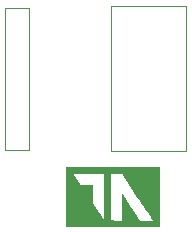
<source format=gbo>
G04 #@! TF.GenerationSoftware,KiCad,Pcbnew,5.1.10-88a1d61d58~90~ubuntu20.04.1*
G04 #@! TF.CreationDate,2021-10-26T15:29:24+01:00*
G04 #@! TF.ProjectId,IMU,494d552e-6b69-4636-9164-5f7063625858,rev?*
G04 #@! TF.SameCoordinates,Original*
G04 #@! TF.FileFunction,Legend,Bot*
G04 #@! TF.FilePolarity,Positive*
%FSLAX46Y46*%
G04 Gerber Fmt 4.6, Leading zero omitted, Abs format (unit mm)*
G04 Created by KiCad (PCBNEW 5.1.10-88a1d61d58~90~ubuntu20.04.1) date 2021-10-26 15:29:24*
%MOMM*%
%LPD*%
G01*
G04 APERTURE LIST*
%ADD10C,0.120000*%
%ADD11C,0.010000*%
%ADD12R,2.000000X0.800000*%
%ADD13C,2.700000*%
G04 APERTURE END LIST*
D10*
X1900000Y-18500000D02*
X1900000Y-6500000D01*
X1900000Y-18500000D02*
X3900000Y-18500000D01*
X3900000Y-18500000D02*
X3900000Y-6500000D01*
X1900000Y-6500000D02*
X3900000Y-6500000D01*
X10887700Y-18650000D02*
X10887700Y-6350000D01*
X17237700Y-6350000D02*
X10887700Y-6350000D01*
X17237700Y-6350000D02*
X17237700Y-18650000D01*
X17237700Y-18650000D02*
X10887700Y-18650000D01*
D11*
G36*
X7050300Y-25001900D02*
G01*
X14949700Y-25001900D01*
X14949700Y-24499600D01*
X14441700Y-24499600D01*
X14441700Y-24499605D01*
X14429414Y-24501016D01*
X14394208Y-24502332D01*
X14338562Y-24503523D01*
X14264957Y-24504561D01*
X14175874Y-24505417D01*
X14073792Y-24506062D01*
X13961192Y-24506465D01*
X13844880Y-24506600D01*
X13248060Y-24506600D01*
X13213055Y-24457654D01*
X13201143Y-24440389D01*
X13176061Y-24403548D01*
X13138821Y-24348628D01*
X13090433Y-24277127D01*
X13031909Y-24190542D01*
X12964259Y-24090370D01*
X12888495Y-23978109D01*
X12805627Y-23855256D01*
X12716667Y-23723308D01*
X12622625Y-23583763D01*
X12524513Y-23438117D01*
X12466850Y-23352492D01*
X11755650Y-22296275D01*
X11752406Y-23401585D01*
X11749161Y-24506894D01*
X11250756Y-24503572D01*
X10752350Y-24500250D01*
X10752350Y-20499750D01*
X11249366Y-20496428D01*
X11702532Y-20493400D01*
X10250700Y-20493400D01*
X10250700Y-22495766D01*
X10250669Y-22719080D01*
X10250575Y-22935337D01*
X10250423Y-23143187D01*
X10250216Y-23341280D01*
X10249958Y-23528268D01*
X10249653Y-23702801D01*
X10249303Y-23863530D01*
X10248912Y-24009105D01*
X10248484Y-24138177D01*
X10248022Y-24249397D01*
X10247529Y-24341415D01*
X10247010Y-24412883D01*
X10246467Y-24462450D01*
X10245904Y-24488767D01*
X10245562Y-24492841D01*
X10237786Y-24481692D01*
X10216971Y-24451178D01*
X10184270Y-24403003D01*
X10140833Y-24338868D01*
X10087812Y-24260476D01*
X10026357Y-24169531D01*
X9957619Y-24067733D01*
X9882751Y-23956787D01*
X9802903Y-23838395D01*
X9743953Y-23750950D01*
X9247484Y-23014350D01*
X9247400Y-21496700D01*
X8735785Y-21496699D01*
X8224170Y-21496699D01*
X7891235Y-21001848D01*
X7823981Y-20901746D01*
X7761273Y-20808139D01*
X7704502Y-20723123D01*
X7655056Y-20648789D01*
X7614325Y-20587232D01*
X7583698Y-20540545D01*
X7564565Y-20510822D01*
X7558300Y-20500198D01*
X7570725Y-20499276D01*
X7606899Y-20498391D01*
X7665169Y-20497551D01*
X7743885Y-20496764D01*
X7841395Y-20496040D01*
X7956048Y-20495385D01*
X8086191Y-20494809D01*
X8230175Y-20494320D01*
X8386347Y-20493926D01*
X8553056Y-20493636D01*
X8728650Y-20493458D01*
X8904500Y-20493400D01*
X10250700Y-20493400D01*
X11702532Y-20493400D01*
X11746382Y-20493107D01*
X13094041Y-22492859D01*
X13231271Y-22696526D01*
X13364655Y-22894557D01*
X13493502Y-23085922D01*
X13617123Y-23269595D01*
X13734827Y-23444549D01*
X13845925Y-23609754D01*
X13949725Y-23764184D01*
X14045539Y-23906811D01*
X14132675Y-24036607D01*
X14210445Y-24152545D01*
X14278156Y-24253597D01*
X14335121Y-24338735D01*
X14380647Y-24406932D01*
X14414046Y-24457161D01*
X14434627Y-24488392D01*
X14441700Y-24499600D01*
X14949700Y-24499600D01*
X14949700Y-19998100D01*
X7050300Y-19998100D01*
X7050300Y-25001900D01*
G37*
X7050300Y-25001900D02*
X14949700Y-25001900D01*
X14949700Y-24499600D01*
X14441700Y-24499600D01*
X14441700Y-24499605D01*
X14429414Y-24501016D01*
X14394208Y-24502332D01*
X14338562Y-24503523D01*
X14264957Y-24504561D01*
X14175874Y-24505417D01*
X14073792Y-24506062D01*
X13961192Y-24506465D01*
X13844880Y-24506600D01*
X13248060Y-24506600D01*
X13213055Y-24457654D01*
X13201143Y-24440389D01*
X13176061Y-24403548D01*
X13138821Y-24348628D01*
X13090433Y-24277127D01*
X13031909Y-24190542D01*
X12964259Y-24090370D01*
X12888495Y-23978109D01*
X12805627Y-23855256D01*
X12716667Y-23723308D01*
X12622625Y-23583763D01*
X12524513Y-23438117D01*
X12466850Y-23352492D01*
X11755650Y-22296275D01*
X11752406Y-23401585D01*
X11749161Y-24506894D01*
X11250756Y-24503572D01*
X10752350Y-24500250D01*
X10752350Y-20499750D01*
X11249366Y-20496428D01*
X11702532Y-20493400D01*
X10250700Y-20493400D01*
X10250700Y-22495766D01*
X10250669Y-22719080D01*
X10250575Y-22935337D01*
X10250423Y-23143187D01*
X10250216Y-23341280D01*
X10249958Y-23528268D01*
X10249653Y-23702801D01*
X10249303Y-23863530D01*
X10248912Y-24009105D01*
X10248484Y-24138177D01*
X10248022Y-24249397D01*
X10247529Y-24341415D01*
X10247010Y-24412883D01*
X10246467Y-24462450D01*
X10245904Y-24488767D01*
X10245562Y-24492841D01*
X10237786Y-24481692D01*
X10216971Y-24451178D01*
X10184270Y-24403003D01*
X10140833Y-24338868D01*
X10087812Y-24260476D01*
X10026357Y-24169531D01*
X9957619Y-24067733D01*
X9882751Y-23956787D01*
X9802903Y-23838395D01*
X9743953Y-23750950D01*
X9247484Y-23014350D01*
X9247400Y-21496700D01*
X8735785Y-21496699D01*
X8224170Y-21496699D01*
X7891235Y-21001848D01*
X7823981Y-20901746D01*
X7761273Y-20808139D01*
X7704502Y-20723123D01*
X7655056Y-20648789D01*
X7614325Y-20587232D01*
X7583698Y-20540545D01*
X7564565Y-20510822D01*
X7558300Y-20500198D01*
X7570725Y-20499276D01*
X7606899Y-20498391D01*
X7665169Y-20497551D01*
X7743885Y-20496764D01*
X7841395Y-20496040D01*
X7956048Y-20495385D01*
X8086191Y-20494809D01*
X8230175Y-20494320D01*
X8386347Y-20493926D01*
X8553056Y-20493636D01*
X8728650Y-20493458D01*
X8904500Y-20493400D01*
X10250700Y-20493400D01*
X11702532Y-20493400D01*
X11746382Y-20493107D01*
X13094041Y-22492859D01*
X13231271Y-22696526D01*
X13364655Y-22894557D01*
X13493502Y-23085922D01*
X13617123Y-23269595D01*
X13734827Y-23444549D01*
X13845925Y-23609754D01*
X13949725Y-23764184D01*
X14045539Y-23906811D01*
X14132675Y-24036607D01*
X14210445Y-24152545D01*
X14278156Y-24253597D01*
X14335121Y-24338735D01*
X14380647Y-24406932D01*
X14414046Y-24457161D01*
X14434627Y-24488392D01*
X14441700Y-24499600D01*
X14949700Y-24499600D01*
X14949700Y-19998100D01*
X7050300Y-19998100D01*
X7050300Y-25001900D01*
%LPC*%
D12*
X6150000Y-7500000D03*
X6150000Y-9500000D03*
X6150000Y-11500000D03*
X6150000Y-13500000D03*
X6150000Y-15500000D03*
X6150000Y-17500000D03*
X8675000Y-17500000D03*
X8675000Y-15500000D03*
X8675000Y-13500000D03*
X8675000Y-11500000D03*
X8675000Y-9500000D03*
X8675000Y-7500000D03*
D13*
X2500000Y-22500000D03*
X12500000Y-2500000D03*
M02*

</source>
